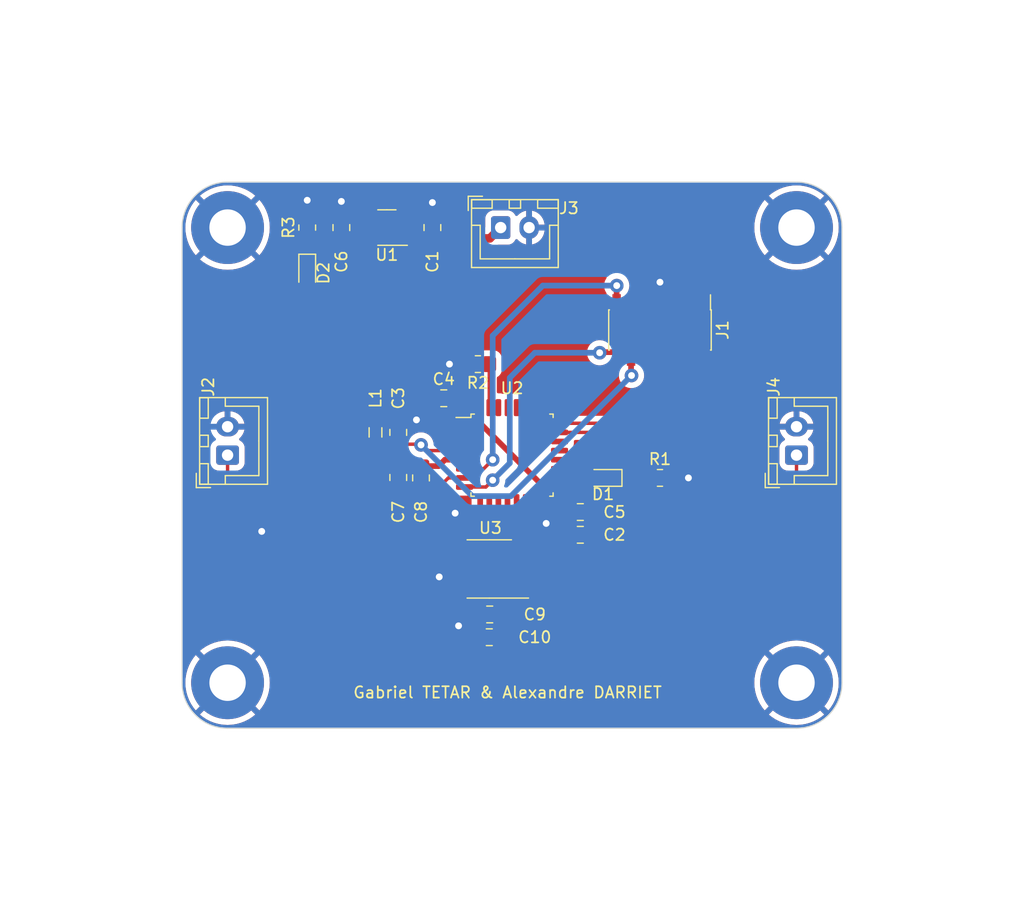
<source format=kicad_pcb>
(kicad_pcb (version 20221018) (generator pcbnew)
  (layers (0 "F.Cu" signal) (31 "B.Cu" signal) (34 "B.Paste" user) (35 "F.Paste" user) (36 "B.SilkS" user "B.Silkscreen") (37 "F.SilkS" user "F.Silkscreen") (38 "B.Mask" user) (39 "F.Mask" user) (44 "Edge.Cuts" user))
  (net 0 "")
  (net 1 "+3V3")
  (net 2 "GND")
  (net 3 "+5V")
  (net 4 "+3.3VA")
  (net 5 "Net-(D1-Pad1)")
  (net 6 "LED_STATUS")
  (net 7 "Net-(D2-Pad1)")
  (net 10 "SWDIO")
  (net 11 "SWDCK")
  (net 15 "NRST")
  (net 16 "USART2_RX")
  (net 17 "USART2_TX")
  (net 18 "ADC_IN1")
  (net 19 "DAC_OUT")
  (net 20 "Net-(R2-Pad1)")
  (net 21 "DAC_nLDAC")
  (net 22 "DAC_nCS")
  (net 23 "SPI1_SCK")
  (net 25 "SPI1_MOSI")
  (footprint "Inductor_SMD:L_0805_2012Metric_Pad1.05x1.20mm_HandSolder" (layer "F.Cu") (at 63 68 -90)
    (fp_text reference "L1" (at -3 0 90) (layer "F.SilkS"))
    (fp_text value "39n")
    (fp_line (start -0.410242 -0.56) (end 0.410242 -0.56) (stroke (width 0.12)) (layer "F.SilkS"))
    (fp_line (start -0.410242 0.56) (end 0.410242 0.56) (stroke (width 0.12)) (layer "F.SilkS"))
    (pad "1" smd roundrect (at -1.15 0 270) (size 1.05 1.2) (layers "F.Cu" "F.Paste" "F.Mask") (roundrect_rratio 0.2380952381) (net 1 "+3V3"))
    (pad "2" smd roundrect (at 1.15 0 270) (size 1.05 1.2) (layers "F.Cu" "F.Paste" "F.Mask") (roundrect_rratio 0.2380952381) (net 4 "+3.3VA"))
  )
  (footprint "Capacitor_SMD:C_0805_2012Metric" (layer "F.Cu") (at 73 86 180)
    (fp_text reference "C10" (at -4 0) (layer "F.SilkS"))
    (fp_text value "10u")
    (fp_line (start -0.261252 -0.735) (end 0.261252 -0.735) (stroke (width 0.12)) (layer "F.SilkS"))
    (fp_line (start -0.261252 0.735) (end 0.261252 0.735) (stroke (width 0.12)) (layer "F.SilkS"))
    (pad "1" smd roundrect (at -0.95 0 180) (size 1 1.45) (layers "F.Cu" "F.Paste" "F.Mask") (net 4 "+3.3VA"))
    (pad "2" smd roundrect (at 0.95 0 180) (size 1 1.45) (layers "F.Cu" "F.Paste" "F.Mask") (net 2 "GND"))
  )
  (footprint "Capacitor_SMD:C_0805_2012Metric_Pad1.18x1.45mm_HandSolder" (layer "F.Cu") (at 81 75 180)
    (fp_text reference "C5" (at -3 0) (layer "F.SilkS"))
    (fp_text value "100n")
    (fp_line (start -0.261252 -0.735) (end 0.261252 -0.735) (stroke (width 0.12)) (layer "F.SilkS"))
    (fp_line (start -0.261252 0.735) (end 0.261252 0.735) (stroke (width 0.12)) (layer "F.SilkS"))
    (pad "1" smd roundrect (at -1.0375 0 180) (size 1.175 1.45) (layers "F.Cu" "F.Paste" "F.Mask") (roundrect_rratio 0.2127659574) (net 1 "+3V3"))
    (pad "2" smd roundrect (at 1.0375 0 180) (size 1.175 1.45) (layers "F.Cu" "F.Paste" "F.Mask") (roundrect_rratio 0.2127659574) (net 2 "GND"))
  )
  (footprint "Capacitor_SMD:C_0805_2012Metric" (layer "F.Cu") (at 68 50 90)
    (fp_text reference "C1" (at -3 0 90) (layer "F.SilkS"))
    (fp_text value "1uF")
    (fp_line (start -0.261252 -0.735) (end 0.261252 -0.735) (stroke (width 0.12)) (layer "F.SilkS"))
    (fp_line (start -0.261252 0.735) (end 0.261252 0.735) (stroke (width 0.12)) (layer "F.SilkS"))
    (pad "1" smd roundrect (at -0.95 0 90) (size 1 1.45) (layers "F.Cu" "F.Paste" "F.Mask") (net 3 "+5V"))
    (pad "2" smd roundrect (at 0.95 0 90) (size 1 1.45) (layers "F.Cu" "F.Paste" "F.Mask") (net 2 "GND"))
  )
  (footprint "Package_TO_SOT_SMD:SOT-23-5" (layer "F.Cu") (at 64 50 180)
    (fp_text reference "U1" (at 0 -2.4) (layer "F.SilkS"))
    (fp_text value "BU33SD5WG-TR")
    (fp_line (start 0 -1.56) (end -1.8 -1.56) (stroke (width 0.12)) (layer "F.SilkS"))
    (fp_line (start 0 -1.56) (end 0.8 -1.56) (stroke (width 0.12)) (layer "F.SilkS"))
    (fp_line (start 0 1.56) (end -0.8 1.56) (stroke (width 0.12)) (layer "F.SilkS"))
    (fp_line (start 0 1.56) (end 0.8 1.56) (stroke (width 0.12)) (layer "F.SilkS"))
    (pad "1" smd roundrect (at -1.1375 -0.95 180) (size 1.325 0.6) (layers "F.Cu" "F.Paste" "F.Mask") (net 3 "+5V"))
    (pad "2" smd roundrect (at -1.1375 0 180) (size 1.325 0.6) (layers "F.Cu" "F.Paste" "F.Mask") (net 2 "GND"))
    (pad "3" smd roundrect (at -1.1375 0.95 180) (size 1.325 0.6) (layers "F.Cu" "F.Paste" "F.Mask") (net 3 "+5V"))
    (pad "4" smd roundrect (at 1.1375 0.95 180) (size 1.325 0.6) (layers "F.Cu" "F.Paste" "F.Mask"))
    (pad "5" smd roundrect (at 1.1375 -0.95 180) (size 1.325 0.6) (layers "F.Cu" "F.Paste" "F.Mask") (net 1 "+3V3"))
  )
  (footprint "Connector_PinHeader_1.27mm:PinHeader_2x07_P1.27mm_Vertical_SMD" (layer "F.Cu") (at 88 59 -90)
    (fp_text reference "J1" (at 0 -5.505 90) (layer "F.SilkS"))
    (fp_text value "Conn_02x07_Odd_Even")
    (fp_line (start -3.09 -4.44) (end -1.765 -4.44) (stroke (width 0.12)) (layer "F.SilkS"))
    (fp_line (start -1.765 -4.505) (end -1.765 -4.44) (stroke (width 0.12)) (layer "F.SilkS"))
    (fp_line (start -1.765 -4.505) (end 1.765 -4.505) (stroke (width 0.12)) (layer "F.SilkS"))
    (fp_line (start -1.765 4.44) (end -1.765 4.505) (stroke (width 0.12)) (layer "F.SilkS"))
    (fp_line (start -1.765 4.505) (end 1.765 4.505) (stroke (width 0.12)) (layer "F.SilkS"))
    (fp_line (start 1.765 -4.505) (end 1.765 -4.44) (stroke (width 0.12)) (layer "F.SilkS"))
    (fp_line (start 1.765 4.44) (end 1.765 4.505) (stroke (width 0.12)) (layer "F.SilkS"))
    (pad "1" smd rect (at -1.95 -3.81 270) (size 2.4 0.74) (layers "F.Cu" "F.Paste" "F.Mask"))
    (pad "2" smd rect (at 1.95 -3.81 270) (size 2.4 0.74) (layers "F.Cu" "F.Paste" "F.Mask"))
    (pad "3" smd rect (at -1.95 -2.54 270) (size 2.4 0.74) (layers "F.Cu" "F.Paste" "F.Mask") (net 1 "+3V3"))
    (pad "4" smd rect (at 1.95 -2.54 270) (size 2.4 0.74) (layers "F.Cu" "F.Paste" "F.Mask") (net 10 "SWDIO"))
    (pad "5" smd rect (at -1.95 -1.27 270) (size 2.4 0.74) (layers "F.Cu" "F.Paste" "F.Mask") (net 2 "GND"))
    (pad "6" smd rect (at 1.95 -1.27 270) (size 2.4 0.74) (layers "F.Cu" "F.Paste" "F.Mask") (net 11 "SWDCK"))
    (pad "7" smd rect (at -1.95 0 270) (size 2.4 0.74) (layers "F.Cu" "F.Paste" "F.Mask") (net 2 "GND"))
    (pad "8" smd rect (at 1.95 0 270) (size 2.4 0.74) (layers "F.Cu" "F.Paste" "F.Mask"))
    (pad "9" smd rect (at -1.95 1.27 270) (size 2.4 0.74) (layers "F.Cu" "F.Paste" "F.Mask"))
    (pad "10" smd rect (at 1.95 1.27 270) (size 2.4 0.74) (layers "F.Cu" "F.Paste" "F.Mask"))
    (pad "11" smd rect (at -1.95 2.54 270) (size 2.4 0.74) (layers "F.Cu" "F.Paste" "F.Mask") (net 2 "GND"))
    (pad "12" smd rect (at 1.95 2.54 270) (size 2.4 0.74) (layers "F.Cu" "F.Paste" "F.Mask") (net 15 "NRST"))
    (pad "13" smd rect (at -1.95 3.81 270) (size 2.4 0.74) (layers "F.Cu" "F.Paste" "F.Mask") (net 16 "USART2_RX"))
    (pad "14" smd rect (at 1.95 3.81 270) (size 2.4 0.74) (layers "F.Cu" "F.Paste" "F.Mask") (net 17 "USART2_TX"))
  )
  (footprint "LED_SMD:LED_0603_1608Metric_Pad1.05x0.95mm_HandSolder" (layer "F.Cu") (at 57 54 -90)
    (fp_text reference "D2" (at 0 -1.43 90) (layer "F.SilkS"))
    (fp_text value "GREEN LED")
    (fp_line (start -1.66 -0.735) (end -1.66 0.735) (stroke (width 0.12)) (layer "F.SilkS"))
    (fp_line (start -1.66 0.735) (end 0.8 0.735) (stroke (width 0.12)) (layer "F.SilkS"))
    (fp_line (start 0.8 -0.735) (end -1.66 -0.735) (stroke (width 0.12)) (layer "F.SilkS"))
    (pad "1" smd roundrect (at -0.875 0 270) (size 1.05 0.95) (layers "F.Cu" "F.Paste" "F.Mask") (net 7 "Net-(D2-Pad1)"))
    (pad "2" smd roundrect (at 0.875 0 270) (size 1.05 0.95) (layers "F.Cu" "F.Paste" "F.Mask") (net 1 "+3V3"))
  )
  (footprint "MountingHole:MountingHole_3.2mm_M3_Pad" (layer "F.Cu") (at 100 50)
    (fp_text reference "H2" hide)
    (fp_text value "MountingHole_Pad")
    (pad "1" thru_hole circle (at 0 0) (size 6.4 6.4) (drill 3.2) (layers "*.Cu" "*.Mask") (net 2 "GND"))
  )
  (footprint "LED_SMD:LED_0603_1608Metric_Pad1.05x0.95mm_HandSolder" (layer "F.Cu") (at 83 72 180)
    (fp_text reference "D1" (at 0 -1.43) (layer "F.SilkS"))
    (fp_text value "ORANGE TLMO1100-GS8")
    (fp_line (start -1.66 -0.735) (end -1.66 0.735) (stroke (width 0.12)) (layer "F.SilkS"))
    (fp_line (start -1.66 0.735) (end 0.8 0.735) (stroke (width 0.12)) (layer "F.SilkS"))
    (fp_line (start 0.8 -0.735) (end -1.66 -0.735) (stroke (width 0.12)) (layer "F.SilkS"))
    (pad "1" smd roundrect (at -0.875 0 180) (size 1.05 0.95) (layers "F.Cu" "F.Paste" "F.Mask") (net 5 "Net-(D1-Pad1)"))
    (pad "2" smd roundrect (at 0.875 0 180) (size 1.05 0.95) (layers "F.Cu" "F.Paste" "F.Mask") (net 6 "LED_STATUS"))
  )
  (footprint "Connector_JST:JST_XH_B2B-XH-A_1x02_P2.50mm_Vertical" (layer "F.Cu") (at 50 70 90)
    (fp_text reference "J2" (at 6 -1.7 90) (layer "F.SilkS"))
    (fp_text value "INPUT")
    (fp_line (start -2.85 -2.75) (end -2.85 -1.5) (stroke (width 0.12)) (layer "F.SilkS"))
    (fp_line (start -2.56 -2.46) (end -2.56 3.51) (stroke (width 0.12)) (layer "F.SilkS"))
    (fp_line (start -2.56 3.51) (end 5.06 3.51) (stroke (width 0.12)) (layer "F.SilkS"))
    (fp_line (start -2.55 -2.45) (end -2.55 -1.7) (stroke (width 0.12)) (layer "F.SilkS"))
    (fp_line (start -2.55 -1.7) (end -0.75 -1.7) (stroke (width 0.12)) (layer "F.SilkS"))
    (fp_line (start -2.55 -0.2) (end -1.8 -0.2) (stroke (width 0.12)) (layer "F.SilkS"))
    (fp_line (start -1.8 -0.2) (end -1.8 2.75) (stroke (width 0.12)) (layer "F.SilkS"))
    (fp_line (start -1.8 2.75) (end 1.25 2.75) (stroke (width 0.12)) (layer "F.SilkS"))
    (fp_line (start -1.6 -2.75) (end -2.85 -2.75) (stroke (width 0.12)) (layer "F.SilkS"))
    (fp_line (start -0.75 -2.45) (end -2.55 -2.45) (stroke (width 0.12)) (layer "F.SilkS"))
    (fp_line (start -0.75 -1.7) (end -0.75 -2.45) (stroke (width 0.12)) (layer "F.SilkS"))
    (fp_line (start 0.75 -2.45) (end 0.75 -1.7) (stroke (width 0.12)) (layer "F.SilkS"))
    (fp_line (start 0.75 -1.7) (end 1.75 -1.7) (stroke (width 0.12)) (layer "F.SilkS"))
    (fp_line (start 1.75 -2.45) (end 0.75 -2.45) (stroke (width 0.12)) (layer "F.SilkS"))
    (fp_line (start 1.75 -1.7) (end 1.75 -2.45) (stroke (width 0.12)) (layer "F.SilkS"))
    (fp_line (start 3.25 -2.45) (end 3.25 -1.7) (stroke (width 0.12)) (layer "F.SilkS"))
    (fp_line (start 3.25 -1.7) (end 5.05 -1.7) (stroke (width 0.12)) (layer "F.SilkS"))
    (fp_line (start 4.3 -0.2) (end 4.3 2.75) (stroke (width 0.12)) (layer "F.SilkS"))
    (fp_line (start 4.3 2.75) (end 1.25 2.75) (stroke (width 0.12)) (layer "F.SilkS"))
    (fp_line (start 5.05 -2.45) (end 3.25 -2.45) (stroke (width 0.12)) (layer "F.SilkS"))
    (fp_line (start 5.05 -1.7) (end 5.05 -2.45) (stroke (width 0.12)) (layer "F.SilkS"))
    (fp_line (start 5.05 -0.2) (end 4.3 -0.2) (stroke (width 0.12)) (layer "F.SilkS"))
    (fp_line (start 5.06 -2.46) (end -2.56 -2.46) (stroke (width 0.12)) (layer "F.SilkS"))
    (fp_line (start 5.06 3.51) (end 5.06 -2.46) (stroke (width 0.12)) (layer "F.SilkS"))
    (pad "1" thru_hole roundrect (at 0 0 90) (size 1.7 2) (drill 1) (layers "*.Cu" "*.Mask") (roundrect_rratio 0.1470588235) (net 18 "ADC_IN1"))
    (pad "2" thru_hole oval (at 2.5 0 90) (size 1.7 2) (drill 1) (layers "*.Cu" "*.Mask") (net 2 "GND"))
  )
  (footprint "MountingHole:MountingHole_3.2mm_M3_Pad" (layer "F.Cu") (at 50 50)
    (fp_text reference "H1" hide)
    (fp_text value "MountingHole_Pad")
    (pad "1" thru_hole circle (at 0 0) (size 6.4 6.4) (drill 3.2) (layers "*.Cu" "*.Mask") (net 2 "GND"))
  )
  (footprint "Resistor_SMD:R_0805_2012Metric_Pad1.20x1.40mm_HandSolder" (layer "F.Cu") (at 72 62 180)
    (fp_text reference "R2" (at 0 -1.65) (layer "F.SilkS"))
    (fp_text value "100k")
    (fp_line (start -0.227064 -0.735) (end 0.227064 -0.735) (stroke (width 0.12)) (layer "F.SilkS"))
    (fp_line (start -0.227064 0.735) (end 0.227064 0.735) (stroke (width 0.12)) (layer "F.SilkS"))
    (pad "1" smd roundrect (at -1 0 180) (size 1.2 1.4) (layers "F.Cu" "F.Paste" "F.Mask") (roundrect_rratio 0.2083333333) (net 20 "Net-(R2-Pad1)"))
    (pad "2" smd roundrect (at 1 0 180) (size 1.2 1.4) (layers "F.Cu" "F.Paste" "F.Mask") (roundrect_rratio 0.2083333333) (net 2 "GND"))
  )
  (footprint "Resistor_SMD:R_0805_2012Metric_Pad1.20x1.40mm_HandSolder" (layer "F.Cu") (at 88 72)
    (fp_text reference "R1" (at 0 -1.65) (layer "F.SilkS"))
    (fp_text value "1k")
    (fp_line (start -0.227064 -0.735) (end 0.227064 -0.735) (stroke (width 0.12)) (layer "F.SilkS"))
    (fp_line (start -0.227064 0.735) (end 0.227064 0.735) (stroke (width 0.12)) (layer "F.SilkS"))
    (pad "1" smd roundrect (at -1 0) (size 1.2 1.4) (layers "F.Cu" "F.Paste" "F.Mask") (roundrect_rratio 0.2083333333) (net 5 "Net-(D1-Pad1)"))
    (pad "2" smd roundrect (at 1 0) (size 1.2 1.4) (layers "F.Cu" "F.Paste" "F.Mask") (roundrect_rratio 0.2083333333) (net 2 "GND"))
  )
  (footprint "Resistor_SMD:R_0805_2012Metric_Pad1.20x1.40mm_HandSolder" (layer "F.Cu") (at 57 50 90)
    (fp_text reference "R3" (at 0 -1.65 90) (layer "F.SilkS"))
    (fp_text value "1k")
    (fp_line (start -0.227064 -0.735) (end 0.227064 -0.735) (stroke (width 0.12)) (layer "F.SilkS"))
    (fp_line (start -0.227064 0.735) (end 0.227064 0.735) (stroke (width 0.12)) (layer "F.SilkS"))
    (pad "1" smd roundrect (at -1 0 90) (size 1.2 1.4) (layers "F.Cu" "F.Paste" "F.Mask") (roundrect_rratio 0.2083333333) (net 7 "Net-(D2-Pad1)"))
    (pad "2" smd roundrect (at 1 0 90) (size 1.2 1.4) (layers "F.Cu" "F.Paste" "F.Mask") (roundrect_rratio 0.2083333333) (net 2 "GND"))
  )
  (footprint "Package_QFP:LQFP-32_7x7mm_P0.8mm" (layer "F.Cu") (at 75 70)
    (fp_text reference "U2" (at 0 -5.88) (layer "F.SilkS"))
    (fp_text value "STM32L021K4T6")
    (fp_line (start -3.61 -3.61) (end -3.61 -3.31) (stroke (width 0.12)) (layer "F.SilkS"))
    (fp_line (start -3.61 -3.31) (end -4.925 -3.31) (stroke (width 0.12)) (layer "F.SilkS"))
    (fp_line (start -3.61 3.61) (end -3.61 3.31) (stroke (width 0.12)) (layer "F.SilkS"))
    (fp_line (start -3.31 -3.61) (end -3.61 -3.61) (stroke (width 0.12)) (layer "F.SilkS"))
    (fp_line (start -3.31 3.61) (end -3.61 3.61) (stroke (width 0.12)) (layer "F.SilkS"))
    (fp_line (start 3.31 -3.61) (end 3.61 -3.61) (stroke (width 0.12)) (layer "F.SilkS"))
    (fp_line (start 3.31 3.61) (end 3.61 3.61) (stroke (width 0.12)) (layer "F.SilkS"))
    (fp_line (start 3.61 -3.61) (end 3.61 -3.31) (stroke (width 0.12)) (layer "F.SilkS"))
    (fp_line (start 3.61 3.61) (end 3.61 3.31) (stroke (width 0.12)) (layer "F.SilkS"))
    (pad "1" smd roundrect (at -4.175 -2.8) (size 1.5 0.5) (layers "F.Cu" "F.Paste" "F.Mask") (net 1 "+3V3"))
    (pad "2" smd roundrect (at -4.175 -2) (size 1.5 0.5) (layers "F.Cu" "F.Paste" "F.Mask"))
    (pad "3" smd roundrect (at -4.175 -1.2) (size 1.5 0.5) (layers "F.Cu" "F.Paste" "F.Mask"))
    (pad "4" smd roundrect (at -4.175 -0.4) (size 1.5 0.5) (layers "F.Cu" "F.Paste" "F.Mask") (net 15 "NRST"))
    (pad "5" smd roundrect (at -4.175 0.4) (size 1.5 0.5) (layers "F.Cu" "F.Paste" "F.Mask") (net 4 "+3.3VA"))
    (pad "6" smd roundrect (at -4.175 1.2) (size 1.5 0.5) (layers "F.Cu" "F.Paste" "F.Mask") (net 16 "USART2_RX"))
    (pad "7" smd roundrect (at -4.175 2) (size 1.5 0.5) (layers "F.Cu" "F.Paste" "F.Mask") (net 18 "ADC_IN1"))
    (pad "8" smd roundrect (at -4.175 2.8) (size 1.5 0.5) (layers "F.Cu" "F.Paste" "F.Mask") (net 17 "USART2_TX"))
    (pad "9" smd roundrect (at -2.8 4.175) (size 0.5 1.5) (layers "F.Cu" "F.Paste" "F.Mask") (net 21 "DAC_nLDAC"))
    (pad "10" smd roundrect (at -2 4.175) (size 0.5 1.5) (layers "F.Cu" "F.Paste" "F.Mask") (net 22 "DAC_nCS"))
    (pad "11" smd roundrect (at -1.2 4.175) (size 0.5 1.5) (layers "F.Cu" "F.Paste" "F.Mask") (net 23 "SPI1_SCK"))
    (pad "12" smd roundrect (at -0.4 4.175) (size 0.5 1.5) (layers "F.Cu" "F.Paste" "F.Mask"))
    (pad "13" smd roundrect (at 0.4 4.175) (size 0.5 1.5) (layers "F.Cu" "F.Paste" "F.Mask") (net 25 "SPI1_MOSI"))
    (pad "14" smd roundrect (at 1.2 4.175) (size 0.5 1.5) (layers "F.Cu" "F.Paste" "F.Mask"))
    (pad "15" smd roundrect (at 2 4.175) (size 0.5 1.5) (layers "F.Cu" "F.Paste" "F.Mask"))
    (pad "16" smd roundrect (at 2.8 4.175) (size 0.5 1.5) (layers "F.Cu" "F.Paste" "F.Mask") (net 2 "GND"))
    (pad "17" smd roundrect (at 4.175 2.8) (size 1.5 0.5) (layers "F.Cu" "F.Paste" "F.Mask") (net 1 "+3V3"))
    (pad "18" smd roundrect (at 4.175 2) (size 1.5 0.5) (layers "F.Cu" "F.Paste" "F.Mask") (net 6 "LED_STATUS"))
    (pad "19" smd roundrect (at 4.175 1.2) (size 1.5 0.5) (layers "F.Cu" "F.Paste" "F.Mask"))
    (pad "20" smd roundrect (at 4.175 0.4) (size 1.5 0.5) (layers "F.Cu" "F.Paste" "F.Mask"))
    (pad "21" smd roundrect (at 4.175 -0.4) (size 1.5 0.5) (layers "F.Cu" "F.Paste" "F.Mask"))
    (pad "22" smd roundrect (at 4.175 -1.2) (size 1.5 0.5) (layers "F.Cu" "F.Paste" "F.Mask"))
    (pad "23" smd roundrect (at 4.175 -2) (size 1.5 0.5) (layers "F.Cu" "F.Paste" "F.Mask") (net 10 "SWDIO"))
    (pad "24" smd roundrect (at 4.175 -2.8) (size 1.5 0.5) (layers "F.Cu" "F.Paste" "F.Mask") (net 11 "SWDCK"))
    (pad "25" smd roundrect (at 2.8 -4.175) (size 0.5 1.5) (layers "F.Cu" "F.Paste" "F.Mask"))
    (pad "26" smd roundrect (at 2 -4.175) (size 0.5 1.5) (layers "F.Cu" "F.Paste" "F.Mask"))
    (pad "27" smd roundrect (at 1.2 -4.175) (size 0.5 1.5) (layers "F.Cu" "F.Paste" "F.Mask"))
    (pad "28" smd roundrect (at 0.4 -4.175) (size 0.5 1.5) (layers "F.Cu" "F.Paste" "F.Mask"))
    (pad "29" smd roundrect (at -0.4 -4.175) (size 0.5 1.5) (layers "F.Cu" "F.Paste" "F.Mask"))
    (pad "30" smd roundrect (at -1.2 -4.175) (size 0.5 1.5) (layers "F.Cu" "F.Paste" "F.Mask"))
    (pad "31" smd roundrect (at -2 -4.175) (size 0.5 1.5) (layers "F.Cu" "F.Paste" "F.Mask") (net 20 "Net-(R2-Pad1)"))
    (pad "32" smd roundrect (at -2.8 -4.175) (size 0.5 1.5) (layers "F.Cu" "F.Paste" "F.Mask") (net 2 "GND"))
  )
  (footprint "Package_SO:SOIC-8_3.9x4.9mm_P1.27mm" (layer "F.Cu") (at 73 80 180)
    (fp_text reference "U3" (at -0.1 3.6) (layer "F.SilkS"))
    (fp_text value "MCP4801-E/SN")
    (fp_line (start 0 -2.56) (end -3.45 -2.56) (stroke (width 0.12)) (layer "F.SilkS"))
    (fp_line (start 0 -2.56) (end 1.95 -2.56) (stroke (width 0.12)) (layer "F.SilkS"))
    (fp_line (start 0 2.56) (end -1.95 2.56) (stroke (width 0.12)) (layer "F.SilkS"))
    (fp_line (start 0 2.56) (end 1.95 2.56) (stroke (width 0.12)) (layer "F.SilkS"))
    (pad "1" smd roundrect (at -2.475 -1.905 180) (size 1.95 0.6) (layers "F.Cu" "F.Paste" "F.Mask") (net 4 "+3.3VA"))
    (pad "2" smd roundrect (at -2.475 -0.635 180) (size 1.95 0.6) (layers "F.Cu" "F.Paste" "F.Mask") (net 22 "DAC_nCS"))
    (pad "3" smd roundrect (at -2.475 0.635 180) (size 1.95 0.6) (layers "F.Cu" "F.Paste" "F.Mask") (net 23 "SPI1_SCK"))
    (pad "4" smd roundrect (at -2.475 1.905 180) (size 1.95 0.6) (layers "F.Cu" "F.Paste" "F.Mask") (net 25 "SPI1_MOSI"))
    (pad "5" smd roundrect (at 2.475 1.905 180) (size 1.95 0.6) (layers "F.Cu" "F.Paste" "F.Mask") (net 21 "DAC_nLDAC"))
    (pad "6" smd roundrect (at 2.475 0.635 180) (size 1.95 0.6) (layers "F.Cu" "F.Paste" "F.Mask") (net 4 "+3.3VA"))
    (pad "7" smd roundrect (at 2.475 -0.635 180) (size 1.95 0.6) (layers "F.Cu" "F.Paste" "F.Mask") (net 2 "GND"))
    (pad "8" smd roundrect (at 2.475 -1.905 180) (size 1.95 0.6) (layers "F.Cu" "F.Paste" "F.Mask") (net 19 "DAC_OUT"))
  )
  (footprint "Capacitor_SMD:C_0805_2012Metric_Pad1.18x1.45mm_HandSolder" (layer "F.Cu") (at 69 65)
    (fp_text reference "C4" (at 0 -1.68) (layer "F.SilkS"))
    (fp_text value "100n")
    (fp_line (start -0.261252 -0.735) (end 0.261252 -0.735) (stroke (width 0.12)) (layer "F.SilkS"))
    (fp_line (start -0.261252 0.735) (end 0.261252 0.735) (stroke (width 0.12)) (layer "F.SilkS"))
    (pad "1" smd roundrect (at -1.0375 0) (size 1.175 1.45) (layers "F.Cu" "F.Paste" "F.Mask") (roundrect_rratio 0.2127659574) (net 1 "+3V3"))
    (pad "2" smd roundrect (at 1.0375 0) (size 1.175 1.45) (layers "F.Cu" "F.Paste" "F.Mask") (roundrect_rratio 0.2127659574) (net 2 "GND"))
  )
  (footprint "Connector_JST:JST_XH_B2B-XH-A_1x02_P2.50mm_Vertical" (layer "F.Cu") (at 100 70 90)
    (fp_text reference "J4" (at 6 -2 90) (layer "F.SilkS"))
    (fp_text value "OUTPUT")
    (fp_line (start -2.85 -2.75) (end -2.85 -1.5) (stroke (width 0.12)) (layer "F.SilkS"))
    (fp_line (start -2.56 -2.46) (end -2.56 3.51) (stroke (width 0.12)) (layer "F.SilkS"))
    (fp_line (start -2.56 3.51) (end 5.06 3.51) (stroke (width 0.12)) (layer "F.SilkS"))
    (fp_line (start -2.55 -2.45) (end -2.55 -1.7) (stroke (width 0.12)) (layer "F.SilkS"))
    (fp_line (start -2.55 -1.7) (end -0.75 -1.7) (stroke (width 0.12)) (layer "F.SilkS"))
    (fp_line (start -2.55 -0.2) (end -1.8 -0.2) (stroke (width 0.12)) (layer "F.SilkS"))
    (fp_line (start -1.8 -0.2) (end -1.8 2.75) (stroke (width 0.12)) (layer "F.SilkS"))
    (fp_line (start -1.8 2.75) (end 1.25 2.75) (stroke (width 0.12)) (layer "F.SilkS"))
    (fp_line (start -1.6 -2.75) (end -2.85 -2.75) (stroke (width 0.12)) (layer "F.SilkS"))
    (fp_line (start -0.75 -2.45) (end -2.55 -2.45) (stroke (width 0.12)) (layer "F.SilkS"))
    (fp_line (start -0.75 -1.7) (end -0.75 -2.45) (stroke (width 0.12)) (layer "F.SilkS"))
    (fp_line (start 0.75 -2.45) (end 0.75 -1.7) (stroke (width 0.12)) (layer "F.SilkS"))
    (fp_line (start 0.75 -1.7) (end 1.75 -1.7) (stroke (width 0.12)) (layer "F.SilkS"))
    (fp_line (start 1.75 -2.45) (end 0.75 -2.45) (stroke (width 0.12)) (layer "F.SilkS"))
    (fp_line (start 1.75 -1.7) (end 1.75 -2.45) (stroke (width 0.12)) (layer "F.SilkS"))
    (fp_line (start 3.25 -2.45) (end 3.25 -1.7) (stroke (width 0.12)) (layer "F.SilkS"))
    (fp_line (start 3.25 -1.7) (end 5.05 -1.7) (stroke (width 0.12)) (layer "F.SilkS"))
    (fp_line (start 4.3 -0.2) (end 4.3 2.75) (stroke (width 0.12)) (layer "F.SilkS"))
    (fp_line (start 4.3 2.75) (end 1.25 2.75) (stroke (width 0.12)) (layer "F.SilkS"))
    (fp_line (start 5.05 -2.45) (end 3.25 -2.45) (stroke (width 0.12)) (layer "F.SilkS"))
    (fp_line (start 5.05 -1.7) (end 5.05 -2.45) (stroke (width 0.12)) (layer "F.SilkS"))
    (fp_line (start 5.05 -0.2) (end 4.3 -0.2) (stroke (width 0.12)) (layer "F.SilkS"))
    (fp_line (start 5.06 -2.46) (end -2.56 -2.46) (stroke (width 0.12)) (layer "F.SilkS"))
    (fp_line (start 5.06 3.51) (end 5.06 -2.46) (stroke (width 0.12)) (layer "F.SilkS"))
    (pad "1" thru_hole roundrect (at 0 0 90) (size 1.7 2) (drill 1) (layers "*.Cu" "*.Mask") (roundrect_rratio 0.1470588235) (net 19 "DAC_OUT"))
    (pad "2" thru_hole oval (at 2.5 0 90) (size 1.7 2) (drill 1) (layers "*.Cu" "*.Mask") (net 2 "GND"))
  )
  (footprint "Capacitor_SMD:C_0805_2012Metric" (layer "F.Cu") (at 60 50 90)
    (fp_text reference "C6" (at -3 0 90) (layer "F.SilkS"))
    (fp_text value "1uF")
    (fp_line (start -0.261252 -0.735) (end 0.261252 -0.735) (stroke (width 0.12)) (layer "F.SilkS"))
    (fp_line (start -0.261252 0.735) (end 0.261252 0.735) (stroke (width 0.12)) (layer "F.SilkS"))
    (pad "1" smd roundrect (at -0.95 0 90) (size 1 1.45) (layers "F.Cu" "F.Paste" "F.Mask") (net 1 "+3V3"))
    (pad "2" smd roundrect (at 0.95 0 90) (size 1 1.45) (layers "F.Cu" "F.Paste" "F.Mask") (net 2 "GND"))
  )
  (footprint "Capacitor_SMD:C_0805_2012Metric_Pad1.18x1.45mm_HandSolder" (layer "F.Cu") (at 65 68 90)
    (fp_text reference "C3" (at 3 0 90) (layer "F.SilkS"))
    (fp_text value "100n")
    (fp_line (start -0.261252 -0.735) (end 0.261252 -0.735) (stroke (width 0.12)) (layer "F.SilkS"))
    (fp_line (start -0.261252 0.735) (end 0.261252 0.735) (stroke (width 0.12)) (layer "F.SilkS"))
    (pad "1" smd roundrect (at -1.0375 0 90) (size 1.175 1.45) (layers "F.Cu" "F.Paste" "F.Mask") (roundrect_rratio 0.2127659574) (net 15 "NRST"))
    (pad "2" smd roundrect (at 1.0375 0 90) (size 1.175 1.45) (layers "F.Cu" "F.Paste" "F.Mask") (roundrect_rratio 0.2127659574) (net 2 "GND"))
  )
  (footprint "Capacitor_SMD:C_0805_2012Metric_Pad1.18x1.45mm_HandSolder" (layer "F.Cu") (at 65 71.9625 -90)
    (fp_text reference "C7" (at 3.0375 0 90) (layer "F.SilkS"))
    (fp_text value "1u")
    (fp_line (start -0.261252 -0.735) (end 0.261252 -0.735) (stroke (width 0.12)) (layer "F.SilkS"))
    (fp_line (start -0.261252 0.735) (end 0.261252 0.735) (stroke (width 0.12)) (layer "F.SilkS"))
    (pad "1" smd roundrect (at -1.0375 0 270) (size 1.175 1.45) (layers "F.Cu" "F.Paste" "F.Mask") (roundrect_rratio 0.2127659574) (net 4 "+3.3VA"))
    (pad "2" smd roundrect (at 1.0375 0 270) (size 1.175 1.45) (layers "F.Cu" "F.Paste" "F.Mask") (roundrect_rratio 0.2127659574) (net 2 "GND"))
  )
  (footprint "MountingHole:MountingHole_3.2mm_M3_Pad" (layer "F.Cu") (at 100 90)
    (fp_text reference "H4" hide)
    (fp_text value "MountingHole_Pad")
    (pad "1" thru_hole circle (at 0 0) (size 6.4 6.4) (drill 3.2) (layers "*.Cu" "*.Mask") (net 2 "GND"))
  )
  (footprint "Capacitor_SMD:C_0805_2012Metric_Pad1.18x1.45mm_HandSolder" (layer "F.Cu") (at 67 72 -90)
    (fp_text reference "C8" (at 3 0 90) (layer "F.SilkS"))
    (fp_text value "10n")
    (fp_line (start -0.261252 -0.735) (end 0.261252 -0.735) (stroke (width 0.12)) (layer "F.SilkS"))
    (fp_line (start -0.261252 0.735) (end 0.261252 0.735) (stroke (width 0.12)) (layer "F.SilkS"))
    (pad "1" smd roundrect (at -1.0375 0 270) (size 1.175 1.45) (layers "F.Cu" "F.Paste" "F.Mask") (roundrect_rratio 0.2127659574) (net 4 "+3.3VA"))
    (pad "2" smd roundrect (at 1.0375 0 270) (size 1.175 1.45) (layers "F.Cu" "F.Paste" "F.Mask") (roundrect_rratio 0.2127659574) (net 2 "GND"))
  )
  (footprint "MountingHole:MountingHole_3.2mm_M3_Pad" (layer "F.Cu") (at 50 90)
    (fp_text reference "H3" hide)
    (fp_text value "MountingHole_Pad")
    (pad "1" thru_hole circle (at 0 0) (size 6.4 6.4) (drill 3.2) (layers "*.Cu" "*.Mask") (net 2 "GND"))
  )
  (footprint "Capacitor_SMD:C_0805_2012Metric_Pad1.18x1.45mm_HandSolder" (layer "F.Cu") (at 81 77 180)
    (fp_text reference "C2" (at -3 0) (layer "F.SilkS"))
    (fp_text value "4u7")
    (fp_line (start -0.261252 -0.735) (end 0.261252 -0.735) (stroke (width 0.12)) (layer "F.SilkS"))
    (fp_line (start -0.261252 0.735) (end 0.261252 0.735) (stroke (width 0.12)) (layer "F.SilkS"))
    (pad "1" smd roundrect (at -1.0375 0 180) (size 1.175 1.45) (layers "F.Cu" "F.Paste" "F.Mask") (roundrect_rratio 0.2127659574) (net 1 "+3V3"))
    (pad "2" smd roundrect (at 1.0375 0 180) (size 1.175 1.45) (layers "F.Cu" "F.Paste" "F.Mask") (roundrect_rratio 0.2127659574) (net 2 "GND"))
  )
  (footprint "Capacitor_SMD:C_0805_2012Metric_Pad1.18x1.45mm_HandSolder" (layer "F.Cu") (at 73.0375 84 180)
    (fp_text reference "C9" (at -3.9625 0) (layer "F.SilkS"))
    (fp_text value "100n")
    (fp_line (start -0.261252 -0.735) (end 0.261252 -0.735) (stroke (width 0.12)) (layer "F.SilkS"))
    (fp_line (start -0.261252 0.735) (end 0.261252 0.735) (stroke (width 0.12)) (layer "F.SilkS"))
    (pad "1" smd roundrect (at -1.0375 0 180) (size 1.175 1.45) (layers "F.Cu" "F.Paste" "F.Mask") (roundrect_rratio 0.2127659574) (net 4 "+3.3VA"))
    (pad "2" smd roundrect (at 1.0375 0 180) (size 1.175 1.45) (layers "F.Cu" "F.Paste" "F.Mask") (roundrect_rratio 0.2127659574) (net 2 "GND"))
  )
  (footprint "Connector_JST:JST_XH_B2B-XH-A_1x02_P2.50mm_Vertical" (layer "F.Cu") (at 74 50)
    (fp_text reference "J3" (at 6 -1.7) (layer "F.SilkS"))
    (fp_text value "POWER")
    (fp_line (start -2.85 -2.75) (end -2.85 -1.5) (stroke (width 0.12)) (layer "F.SilkS"))
    (fp_line (start -2.56 -2.46) (end -2.56 3.51) (stroke (width 0.12)) (layer "F.SilkS"))
    (fp_line (start -2.56 3.51) (end 5.06 3.51) (stroke (width 0.12)) (layer "F.SilkS"))
    (fp_line (start -2.55 -2.45) (end -2.55 -1.7) (stroke (width 0.12)) (layer "F.SilkS"))
    (fp_line (start -2.55 -1.7) (end -0.75 -1.7) (stroke (width 0.12)) (layer "F.SilkS"))
    (fp_line (start -2.55 -0.2) (end -1.8 -0.2) (stroke (width 0.12)) (layer "F.SilkS"))
    (fp_line (start -1.8 -0.2) (end -1.8 2.75) (stroke (width 0.12)) (layer "F.SilkS"))
    (fp_line (start -1.8 2.75) (end 1.25 2.75) (stroke (width 0.12)) (layer "F.SilkS"))
    (fp_line (start -1.6 -2.75) (end -2.85 -2.75) (stroke (width 0.12)) (layer "F.SilkS"))
    (fp_line (start -0.75 -2.45) (end -2.55 -2.45) (stroke (width 0.12)) (layer "F.SilkS"))
    (fp_line (start -0.75 -1.7) (end -0.75 -2.45) (stroke (width 0.12)) (layer "F.SilkS"))
    (fp_line (start 0.75 -2.45) (end 0.75 -1.7) (stroke (width 0.12)) (layer "F.SilkS"))
    (fp_line (start 0.75 -1.7) (end 1.75 -1.7) (stroke (width 0.12)) (layer "F.SilkS"))
    (fp_line (start 1.75 -2.45) (end 0.75 -2.45) (stroke (width 0.12)) (layer "F.SilkS"))
    (fp_line (start 1.75 -1.7) (end 1.75 -2.45) (stroke (width 0.12)) (layer "F.SilkS"))
    (fp_line (start 3.25 -2.45) (end 3.25 -1.7) (stroke (width 0.12)) (layer "F.SilkS"))
    (fp_line (start 3.25 -1.7) (end 5.05 -1.7) (stroke (width 0.12)) (layer "F.SilkS"))
    (fp_line (start 4.3 -0.2) (end 4.3 2.75) (stroke (width 0.12)) (layer "F.SilkS"))
    (fp_line (start 4.3 2.75) (end 1.25 2.75) (stroke (width 0.12)) (layer "F.SilkS"))
    (fp_line (start 5.05 -2.45) (end 3.25 -2.45) (stroke (width 0.12)) (layer "F.SilkS"))
    (fp_line (start 5.05 -1.7) (end 5.05 -2.45) (stroke (width 0.12)) (layer "F.SilkS"))
    (fp_line (start 5.05 -0.2) (end 4.3 -0.2) (stroke (width 0.12)) (layer "F.SilkS"))
    (fp_line (start 5.06 -2.46) (end -2.56 -2.46) (stroke (width 0.12)) (layer "F.SilkS"))
    (fp_line (start 5.06 3.51) (end 5.06 -2.46) (stroke (width 0.12)) (layer "F.SilkS"))
    (pad "1" thru_hole roundrect (at 0 0) (size 1.7 2) (drill 1) (layers "*.Cu" "*.Mask") (roundrect_rratio 0.1470588235) (net 3 "+5V"))
    (pad "2" thru_hole oval (at 2.5 0) (size 1.7 2) (drill 1) (layers "*.Cu" "*.Mask") (net 2 "GND"))
  )
  (gr_line (start 46 90) (end 46 50) (stroke (width 0.1)) (layer "Edge.Cuts"))
  (gr_line (start 50 46) (end 100 46) (stroke (width 0.1)) (layer "Edge.Cuts"))
  (gr_line (start 100 94) (end 50 94) (stroke (width 0.1)) (layer "Edge.Cuts"))
  (gr_arc (start 104 90) (mid 102.828427 92.828427) (end 100 94) (stroke (width 0.1)) (layer "Edge.Cuts"))
  (gr_arc (start 50 94) (mid 47.171573 92.828427) (end 46 90) (stroke (width 0.1)) (layer "Edge.Cuts"))
  (gr_arc (start 100 46) (mid 102.828427 47.171573) (end 104 50) (stroke (width 0.1)) (layer "Edge.Cuts"))
  (gr_line (start 104 50) (end 104 90) (stroke (width 0.1)) (layer "Edge.Cuts"))
  (gr_arc (start 46 50) (mid 47.171573 47.171573) (end 50 46) (stroke (width 0.1)) (layer "Edge.Cuts"))
  (gr_text "Gabriel TETAR & Alexandre DARRIET" (at 60.96 91.44) (layer "F.SilkS") (effects (font (size 1 1)) (justify left bottom)))
  (segment (start 64.1 65) (end 63 66.1) (width 0.75) (layer "F.Cu") (net 1))
  (segment (start 62.8625 50.95) (end 60 50.95) (width 0.5) (layer "F.Cu") (net 1))
  (segment (start 58.625 54.875) (end 57 54.875) (width 0.75) (layer "F.Cu") (net 1))
  (segment (start 90.54 54.64) (end 89.4 53.5) (width 0.5) (layer "F.Cu") (net 1))
  (segment (start 82.0375 73.6375) (end 82.0375 75) (width 0.5) (layer "F.Cu") (net 1))
  (segment (start 81.2 72.8) (end 82.0375 73.6375) (width 0.5) (layer "F.Cu") (net 1))
  (segment (start 67.9625 66.1625) (end 67.9625 65) (width 0.5) (layer "F.Cu") (net 1))
  (segment (start 60 50.95) (end 60 53.5) (width 0.75) (layer "F.Cu") (net 1))
  (segment (start 60 53.5) (end 58.625 54.875) (width 0.75) (layer "F.Cu") (net 1))
  (segment (start 63.9 53.5) (end 60 53.5) (width 0.75) (layer "F.Cu") (net 1))
  (segment (start 79.175 72.8) (end 81.2 72.8) (width 0.5) (layer "F.Cu") (net 1))
  (segment (start 72.2 67.2) (end 77.8 72.8) (width 0.5) (layer "F.Cu") (net 1))
  (segment (start 67.9625 65) (end 64.1 65) (width 0.75) (layer "F.Cu") (net 1))
  (segment (start 77.8 72.8) (end 79.175 72.8) (width 0.5) (layer "F.Cu") (net 1))
  (segment (start 67.9625 65) (end 67.9625 57.5625) (width 0.75) (layer "F.Cu") (net 1))
  (segment (start 89.4 53.5) (end 63.9 53.5) (width 0.5) (layer "F.Cu") (net 1))
  (segment (start 67.9625 57.5625) (end 63.9 53.5) (width 0.75) (layer "F.Cu") (net 1))
  (segment (start 70.825 67.2) (end 72.2 67.2) (width 0.5) (layer "F.Cu") (net 1))
  (segment (start 90.54 57.05) (end 90.54 54.64) (width 0.5) (layer "F.Cu") (net 1))
  (segment (start 82.0375 77) (end 82.0375 75) (width 0.5) (layer "F.Cu") (net 1))
  (segment (start 63 66.1) (end 63 66.85) (width 0.75) (layer "F.Cu") (net 1))
  (segment (start 70.825 67.2) (end 69 67.2) (width 0.5) (layer "F.Cu") (net 1))
  (segment (start 69 67.2) (end 67.9625 66.1625) (width 0.5) (layer "F.Cu") (net 1))
  (via (at 70.3 85) (size 1.2) (drill 0.6) (layers "F.Cu" "B.Cu") (net 2))
  (via (at 70 75.1) (size 1.2) (drill 0.6) (layers "F.Cu" "B.Cu") (net 2))
  (via (at 53 76.7) (size 1.2) (drill 0.6) (layers "F.Cu" "B.Cu") (net 2))
  (via (at 69.5 62) (size 1.2) (drill 0.6) (layers "F.Cu" "B.Cu") (net 2))
  (via (at 78 76) (size 1.2) (drill 0.6) (layers "F.Cu" "B.Cu") (net 2))
  (via (at 66.6 66.9) (size 1.2) (drill 0.6) (layers "F.Cu" "B.Cu") (net 2))
  (via (at 68.6 80.7) (size 1.2) (drill 0.6) (layers "F.Cu" "B.Cu") (net 2))
  (via (at 88 54.8) (size 1.2) (drill 0.6) (layers "F.Cu" "B.Cu") (net 2))
  (via (at 68 47.8) (size 1.2) (drill 0.6) (layers "F.Cu" "B.Cu") (net 2))
  (via (at 60 47.7) (size 1.2) (drill 0.6) (layers "F.Cu" "B.Cu") (net 2))
  (via (at 57 47.6) (size 1.2) (drill 0.6) (layers "F.Cu" "B.Cu") (net 2))
  (via (at 90.5 72) (size 1.2) (drill 0.6) (layers "F.Cu" "B.Cu") (net 2))
  (segment (start 73.05 50.95) (end 74 50) (width 0.75) (layer "F.Cu") (net 3))
  (segment (start 64.45 50.95) (end 64 50.5) (width 0.3) (layer "F.Cu") (net 3))
  (segment (start 64 49.6) (end 64.55 49.05) (width 0.3) (layer "F.Cu") (net 3))
  (segment (start 68 50.95) (end 73.05 50.95) (width 0.75) (layer "F.Cu") (net 3))
  (segment (start 65.1375 50.95) (end 68 50.95) (width 0.5) (layer "F.Cu") (net 3))
  (segment (start 64.55 49.05) (end 65.1375 49.05) (width 0.3) (layer "F.Cu") (net 3))
  (segment (start 65.1375 50.95) (end 64.45 50.95) (width 0.3) (layer "F.Cu") (net 3))
  (segment (start 64 50.5) (end 64 49.6) (width 0.3) (layer "F.Cu") (net 3))
  (segment (start 68.5375 70.9625) (end 67 70.9625) (width 0.5) (layer "F.Cu") (net 4))
  (segment (start 69.1 70.4) (end 68.5375 70.9625) (width 0.5) (layer "F.Cu") (net 4))
  (segment (start 52.365 79.365) (end 48 75) (width 0.5) (layer "F.Cu") (net 4))
  (segment (start 75.475 83.525) (end 75 84) (width 0.5) (layer "F.Cu") (net 4))
  (segment (start 61.25 69.15) (end 63 69.15) (width 0.5) (layer "F.Cu") (net 4))
  (segment (start 49 64) (end 56.1 64) (width 0.5) (layer "F.Cu") (net 4))
  (segment (start 70.525 79.365) (end 52.365 79.365) (width 0.5) (layer "F.Cu") (net 4))
  (segment (start 73.95 84.125) (end 74.075 84) (width 0.5) (layer "F.Cu") (net 4))
  (segment (start 65 70.925) (end 63.525 70.925) (width 0.75) (layer "F.Cu") (net 4))
  (segment (start 66.9625 70.925) (end 67 70.9625) (width 0.75) (layer "F.Cu") (net 4))
  (segment (start 64.925 70.85) (end 65 70.925) (width 0.75) (layer "F.Cu") (net 4))
  (segment (start 56.1 64) (end 61.25 69.15) (width 0.5) (layer "F.Cu") (net 4))
  (segment (start 63.525 70.925) (end 63 70.4) (width 0.75) (layer "F.Cu") (net 4))
  (segment (start 70.525 79.365) (end 71.365 79.365) (width 0.5) (layer "F.Cu") (net 4))
  (segment (start 48 75) (end 48 65) (width 0.5) (layer "F.Cu") (net 4))
  (segment (start 65 70.925) (end 66.9625 70.925) (width 0.75) (layer "F.Cu") (net 4))
  (segment (start 73.95 86) (end 73.95 84.125) (width 0.5) (layer "F.Cu") (net 4))
  (segment (start 70.825 70.4) (end 69.1 70.4) (width 0.5) (layer "F.Cu") (net 4))
  (segment (start 63 70.4) (end 63 69.15) (width 0.75) (layer "F.Cu") (net 4))
  (segment (start 48 65) (end 49 64) (width 0.5) (layer "F.Cu") (net 4))
  (segment (start 71.365 79.365) (end 73.905 81.905) (width 0.5) (layer "F.Cu") (net 4))
  (segment (start 75 84) (end 74.075 84) (width 0.5) (layer "F.Cu") (net 4))
  (segment (start 75.475 81.905) (end 75.475 83.525) (width 0.5) (layer "F.Cu") (net 4))
  (segment (start 73.905 81.905) (end 75.475 81.905) (width 0.5) (layer "F.Cu") (net 4))
  (segment (start 83.875 72) (end 87 72) (width 0.5) (layer "F.Cu") (net 5))
  (segment (start 79.175 72) (end 82.125 72) (width 0.3) (layer "F.Cu") (net 6))
  (segment (start 57 51) (end 57 53.125) (width 0.75) (layer "F.Cu") (net 7))
  (segment (start 79.175 68) (end 87.9 68) (width 0.3) (layer "F.Cu") (net 10))
  (segment (start 87.9 68) (end 90.54 65.36) (width 0.3) (layer "F.Cu") (net 10))
  (segment (start 90.54 65.36) (end 90.54 60.95) (width 0.3) (layer "F.Cu") (net 10))
  (segment (start 87.3 67.2) (end 79.175 67.2) (width 0.3) (layer "F.Cu") (net 11))
  (segment (start 89.27 60.95) (end 89.27 65.23) (width 0.3) (layer "F.Cu") (net 11))
  (segment (start 89.27 65.23) (end 87.3 67.2) (width 0.3) (layer "F.Cu") (net 11))
  (segment (start 85.46 62.96) (end 85.5 63) (width 0.5) (layer "F.Cu") (net 15))
  (segment (start 85.46 60.95) (end 85.46 62.96) (width 0.5) (layer "F.Cu") (net 15))
  (segment (start 67.0375 69.0375) (end 65 69.0375) (width 0.3) (layer "F.Cu") (net 15))
  (segment (start 70.825 69.6) (end 67.6 69.6) (width 0.3) (layer "F.Cu") (net 15))
  (segment (start 67.6 69.6) (end 67.0375 69.0375) (width 0.3) (layer "F.Cu") (net 15))
  (via (at 85.5 63) (size 1.2) (drill 0.6) (layers "F.Cu" "B.Cu") (net 15))
  (via (at 67 69.1) (size 1.2) (drill 0.6) (layers "F.Cu" "B.Cu") (net 15))
  (segment (start 71.5 73.6) (end 67 69.1) (width 0.5) (layer "B.Cu") (net 15))
  (segment (start 74.9 73.6) (end 71.5 73.6) (width 0.5) (layer "B.Cu") (net 15))
  (segment (start 85.5 63) (end 74.9 73.6) (width 0.5) (layer "B.Cu") (net 15))
  (segment (start 70.825 71.2) (end 72.5 71.2) (width 0.3) (layer "F.Cu") (net 16))
  (segment (start 72.5 71.2) (end 73.3 70.4) (width 0.3) (layer "F.Cu") (net 16))
  (segment (start 84.19 57.05) (end 84.19 55.11) (width 0.5) (layer "F.Cu") (net 16))
  (segment (start 84.19 55.11) (end 84.2 55.1) (width 0.5) (layer "F.Cu") (net 16))
  (via (at 73.3 70.4) (size 1.2) (drill 0.6) (layers "F.Cu" "B.Cu") (net 16))
  (via (at 84.2 55.1) (size 1.2) (drill 0.6) (layers "F.Cu" "B.Cu") (net 16))
  (segment (start 73.3 59.5) (end 77.7 55.1) (width 0.5) (layer "B.Cu") (net 16))
  (segment (start 73.3 70.4) (end 73.3 59.5) (width 0.5) (layer "B.Cu") (net 16))
  (segment (start 77.7 55.1) (end 84.2 55.1) (width 0.5) (layer "B.Cu") (net 16))
  (segment (start 72.7 72.8) (end 73.3 72.2) (width 0.3) (layer "F.Cu") (net 17))
  (segment (start 84.19 60.95) (end 82.75 60.95) (width 0.5) (layer "F.Cu") (net 17))
  (segment (start 82.75 60.95) (end 82.7 61) (width 0.5) (layer "F.Cu") (net 17))
  (segment (start 70.825 72.8) (end 72.7 72.8) (width 0.3) (layer "F.Cu") (net 17))
  (via (at 73.3 72.2) (size 1.2) (drill 0.6) (layers "F.Cu" "B.Cu") (net 17))
  (via (at 82.7 61) (size 1.2) (drill 0.6) (layers "F.Cu" "B.Cu") (net 17))
  (segment (start 77 61) (end 82.7 61) (width 0.5) (layer "B.Cu") (net 17))
  (segment (start 74.8 63.2) (end 77 61) (width 0.5) (layer "B.Cu") (net 17))
  (segment (start 74.8 70.7) (end 74.8 63.2) (width 0.5) (layer "B.Cu") (net 17))
  (segment (start 73.3 72.2) (end 74.8 70.7) (width 0.5) (layer "B.Cu") (net 17))
  (segment (start 51.5 75.1) (end 68.1 75.1) (width 0.3) (layer "F.Cu") (net 18))
  (segment (start 50 73.6) (end 51.5 75.1) (width 0.3) (layer "F.Cu") (net 18))
  (segment (start 68.1 75.1) (end 68.7 74.5) (width 0.3) (layer "F.Cu") (net 18))
  (segment (start 68.7 74.5) (end 68.7 72.7) (width 0.3) (layer "F.Cu") (net 18))
  (segment (start 68.7 72.7) (end 69.4 72) (width 0.3) (layer "F.Cu") (net 18))
  (segment (start 69.4 72) (end 70.825 72) (width 0.3) (layer "F.Cu") (net 18))
  (segment (start 50 70) (end 50 73.6) (width 0.3) (layer "F.Cu") (net 18))
  (segment (start 68.9 87.7) (end 87.6 87.7) (width 0.3) (layer "F.Cu") (net 19))
  (segment (start 68 83) (end 68 86.8) (width 0.3) (layer "F.Cu") (net 19))
  (segment (start 100 75.3) (end 100 70) (width 0.3) (layer "F.Cu") (net 19))
  (segment (start 68 86.8) (end 68.9 87.7) (width 0.3) (layer "F.Cu") (net 19))
  (segment (start 70.525 81.905) (end 69.095 81.905) (width 0.3) (layer "F.Cu") (net 19))
  (segment (start 69.095 81.905) (end 68 83) (width 0.3) (layer "F.Cu") (net 19))
  (segment (start 87.6 87.7) (end 100 75.3) (width 0.3) (layer "F.Cu") (net 19))
  (segment (start 73 65.825) (end 73 62) (width 0.3) (layer "F.Cu") (net 20))
  (segment (start 72.2 74.9) (end 70.525 76.575) (width 0.3) (layer "F.Cu") (net 21))
  (segment (start 70.525 76.575) (end 70.525 78.095) (width 0.3) (layer "F.Cu") (net 21))
  (segment (start 72.2 74.175) (end 72.2 74.9) (width 0.3) (layer "F.Cu") (net 21))
  (segment (start 73 79.4) (end 74.235 80.635) (width 0.3) (layer "F.Cu") (net 22))
  (segment (start 74.235 80.635) (end 75.475 80.635) (width 0.3) (layer "F.Cu") (net 22))
  (segment (start 73 74.175) (end 73 79.4) (width 0.3) (layer "F.Cu") (net 22))
  (segment (start 74.365 79.365) (end 75.475 79.365) (width 0.3) (layer "F.Cu") (net 23))
  (segment (start 73.8 74.175) (end 73.8 78.8) (width 0.3) (layer "F.Cu") (net 23))
  (segment (start 73.8 78.8) (end 74.365 79.365) (width 0.3) (layer "F.Cu") (net 23))
  (segment (start 75.4 78.02) (end 75.475 78.095) (width 0.3) (layer "F.Cu") (net 25))
  (segment (start 75.4 74.175) (end 75.4 78.02) (width 0.3) (layer "F.Cu") (net 25))
  (zone (net 2) (net_name "GND") (layer "F.Cu") (connect_pads (clearance 0.508)) (min_thickness 0.254) (fill yes (thermal_gap 0.508) (thermal_bridge_width 0.508))
    (polygon (pts (xy 110 100) (xy 40 100) (xy 40 40) (xy 110 40)))
  )
  (zone (net 2) (net_name "GND") (layer "B.Cu") (connect_pads (clearance 0.508)) (min_thickness 0.254) (fill yes (thermal_gap 0.508) (thermal_bridge_width 0.508))
    (polygon (pts (xy 120 110) (xy 30 110) (xy 30 30) (xy 120 30)))
  )
)
</source>
